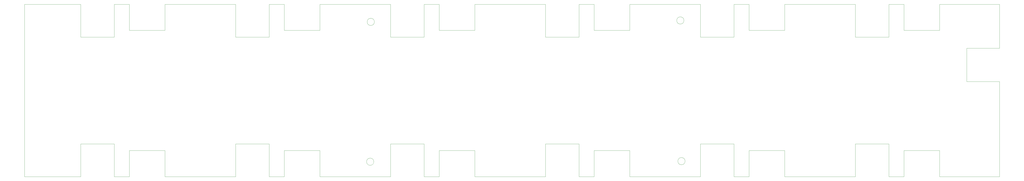
<source format=gbr>
G04 #@! TF.GenerationSoftware,KiCad,Pcbnew,(5.1.5)-3*
G04 #@! TF.CreationDate,2020-07-05T20:42:40-04:00*
G04 #@! TF.ProjectId,Slave Board,536c6176-6520-4426-9f61-72642e6b6963,rev?*
G04 #@! TF.SameCoordinates,Original*
G04 #@! TF.FileFunction,Profile,NP*
%FSLAX46Y46*%
G04 Gerber Fmt 4.6, Leading zero omitted, Abs format (unit mm)*
G04 Created by KiCad (PCBNEW (5.1.5)-3) date 2020-07-05 20:42:40*
%MOMM*%
%LPD*%
G04 APERTURE LIST*
%ADD10C,0.050000*%
G04 APERTURE END LIST*
D10*
X71882000Y-175514000D02*
X71882000Y-252984000D01*
X509905000Y-175514000D02*
X509905000Y-195238000D01*
X112177000Y-175514000D02*
X118999000Y-175514000D01*
X482981000Y-252984000D02*
X509905000Y-252984000D01*
X71882000Y-175514000D02*
X97177000Y-175514000D01*
X368148394Y-182777607D02*
G75*
G03X368148394Y-182777607I-1626394J0D01*
G01*
X368656394Y-246023607D02*
G75*
G03X368656394Y-246023607I-1626394J0D01*
G01*
X228829394Y-246277607D02*
G75*
G03X228829394Y-246277607I-1626394J0D01*
G01*
X229083394Y-183412607D02*
G75*
G03X229083394Y-183412607I-1626394J0D01*
G01*
X204595000Y-175514000D02*
X236369000Y-175514000D01*
X188595000Y-175514000D02*
X188595000Y-187238000D01*
X181773000Y-175514000D02*
X188595000Y-175514000D01*
X251369000Y-190238000D02*
X251369000Y-175514000D01*
X236369000Y-190238000D02*
X251369000Y-190238000D01*
X204595000Y-187238000D02*
X204595000Y-175514000D01*
X188595000Y-187238000D02*
X204595000Y-187238000D01*
X236369000Y-175514000D02*
X236369000Y-190238000D01*
X118999000Y-175514000D02*
X118999000Y-187238000D01*
X135001000Y-252984000D02*
X134999000Y-241238000D01*
X236369000Y-238238000D02*
X236369000Y-252984000D01*
X258191001Y-252984000D02*
X251369000Y-252984000D01*
X181773000Y-190238000D02*
X181773000Y-175514000D01*
X251369000Y-238238000D02*
X236369000Y-238238000D01*
X166773000Y-190238000D02*
X181773000Y-190238000D01*
X181773000Y-238238000D02*
X166773000Y-238238000D01*
X97177000Y-190238000D02*
X112177000Y-190238000D01*
X118999000Y-241238000D02*
X118999000Y-252984000D01*
X166773000Y-175514000D02*
X166773000Y-190238000D01*
X204595000Y-252984000D02*
X204595000Y-241238000D01*
X134999000Y-175514000D02*
X166773000Y-175514000D01*
X97177000Y-175514000D02*
X97177000Y-190238000D01*
X204595000Y-241238000D02*
X188595000Y-241238000D01*
X97177000Y-252984000D02*
X71882000Y-252984000D01*
X97177000Y-238238000D02*
X97177000Y-252984000D01*
X112177000Y-252984000D02*
X112177000Y-238238000D01*
X118999000Y-252984000D02*
X112177000Y-252984000D01*
X134999000Y-241238000D02*
X118999000Y-241238000D01*
X166773000Y-252984000D02*
X135001000Y-252984000D01*
X166773000Y-238238000D02*
X166773000Y-252984000D01*
X181773000Y-252984000D02*
X181773000Y-238238000D01*
X251369000Y-252984000D02*
X251369000Y-238238000D01*
X343787000Y-252984000D02*
X343787000Y-241238000D01*
X258191001Y-241238000D02*
X258191001Y-252984000D01*
X274191001Y-241238000D02*
X258191001Y-241238000D01*
X320965000Y-252984000D02*
X320965000Y-238238000D01*
X327787000Y-252984000D02*
X320965000Y-252984000D01*
X343787000Y-241238000D02*
X327787000Y-241238000D01*
X375561000Y-238238000D02*
X375561000Y-252984000D01*
X188595000Y-252984000D02*
X181773000Y-252984000D01*
X236369000Y-252984000D02*
X204595000Y-252984000D01*
X375561000Y-252984000D02*
X343787000Y-252984000D01*
X112177000Y-190238000D02*
X112177000Y-175514000D01*
X274193000Y-252984000D02*
X274191001Y-241238000D01*
X188595000Y-241238000D02*
X188595000Y-252984000D01*
X327787000Y-241238000D02*
X327787000Y-252984000D01*
X134999000Y-187238000D02*
X135001000Y-175514000D01*
X112177000Y-238238000D02*
X97177000Y-238238000D01*
X118999000Y-187238000D02*
X134999000Y-187238000D01*
X460157000Y-238238000D02*
X445157000Y-238238000D01*
X466979000Y-241238000D02*
X466979000Y-252984000D01*
X460157000Y-252984000D02*
X460157000Y-238238000D01*
X466979000Y-252984000D02*
X460157000Y-252984000D01*
X482979000Y-241238000D02*
X466979000Y-241238000D01*
X343789000Y-175514000D02*
X375561000Y-175514000D01*
X320965000Y-175514000D02*
X327787000Y-175514000D01*
X327787000Y-175514000D02*
X327787000Y-187238000D01*
X460157000Y-175514000D02*
X466979000Y-175514000D01*
X413383000Y-187238000D02*
X413383000Y-175514000D01*
X320965000Y-190238000D02*
X320965000Y-175514000D01*
X343787000Y-187238000D02*
X343789000Y-175514000D01*
X397383000Y-175514000D02*
X397383000Y-187238000D01*
X460157000Y-190238000D02*
X460157000Y-175514000D01*
X390561000Y-175514000D02*
X397383000Y-175514000D01*
X327787000Y-187238000D02*
X343787000Y-187238000D01*
X445157000Y-175514000D02*
X445157000Y-190238000D01*
X413383000Y-175514000D02*
X445157000Y-175514000D01*
X390561000Y-190238000D02*
X390561000Y-175514000D01*
X482979000Y-187238000D02*
X482979000Y-175514000D01*
X482979000Y-252984000D02*
X482979000Y-241238000D01*
X509905000Y-210238000D02*
X509905000Y-252984000D01*
X397383000Y-187238000D02*
X413383000Y-187238000D01*
X495157000Y-210238000D02*
X509905000Y-210238000D01*
X375561000Y-175514000D02*
X375561000Y-190238000D01*
X509905000Y-195238000D02*
X495157000Y-195238000D01*
X375561000Y-190238000D02*
X390561000Y-190238000D01*
X495157000Y-195238000D02*
X495157000Y-210238000D01*
X482979000Y-175514000D02*
X509905000Y-175514000D01*
X466979000Y-187238000D02*
X482979000Y-187238000D01*
X466979000Y-175514000D02*
X466979000Y-187238000D01*
X445157000Y-190238000D02*
X460157000Y-190238000D01*
X305965000Y-175514000D02*
X305965000Y-190238000D01*
X274191001Y-187238000D02*
X274191001Y-175514000D01*
X305965000Y-190238000D02*
X320965000Y-190238000D01*
X274191001Y-175514000D02*
X305965000Y-175514000D01*
X258191001Y-187238000D02*
X274191001Y-187238000D01*
X251369000Y-175514000D02*
X258191001Y-175514000D01*
X258191001Y-175514000D02*
X258191001Y-187238000D01*
X445157000Y-252984000D02*
X413383000Y-252984000D01*
X305965000Y-238238000D02*
X305965000Y-252984000D01*
X445157000Y-238238000D02*
X445157000Y-252984000D01*
X390561000Y-238238000D02*
X375561000Y-238238000D01*
X413385000Y-252984000D02*
X413383000Y-241238000D01*
X413383000Y-241238000D02*
X397383000Y-241238000D01*
X397383000Y-241238000D02*
X397383000Y-252984000D01*
X305965000Y-252984000D02*
X274191001Y-252984000D01*
X320965000Y-238238000D02*
X305965000Y-238238000D01*
X390561000Y-252984000D02*
X390561000Y-238238000D01*
X397383000Y-252984000D02*
X390561000Y-252984000D01*
M02*

</source>
